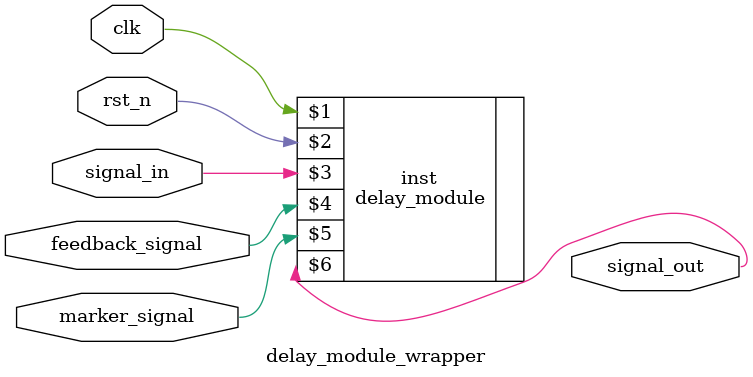
<source format=v>
`timescale 1ns / 1ps


module delay_module_wrapper
#(
    parameter INPUT_SIGNAL_WIDTH = 1,
    parameter CYCLES_TO_ADD = 1
)
(
    input clk,
    input rst_n,
    input [INPUT_SIGNAL_WIDTH-1:0] signal_in,   
    input feedback_signal,
    input marker_signal,
    output [INPUT_SIGNAL_WIDTH-1:0] signal_out
);

   delay_module #(INPUT_SIGNAL_WIDTH, CYCLES_TO_ADD) inst (clk, rst_n, signal_in, feedback_signal, marker_signal, signal_out);

endmodule

</source>
